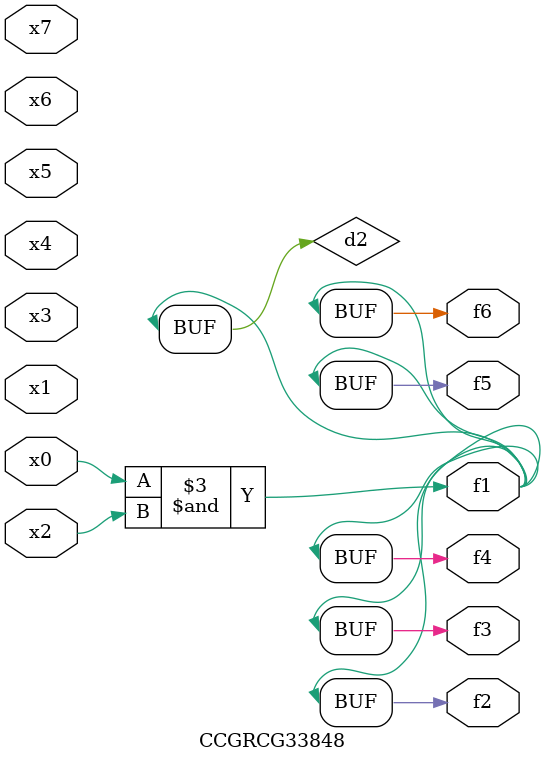
<source format=v>
module CCGRCG33848(
	input x0, x1, x2, x3, x4, x5, x6, x7,
	output f1, f2, f3, f4, f5, f6
);

	wire d1, d2;

	nor (d1, x3, x6);
	and (d2, x0, x2);
	assign f1 = d2;
	assign f2 = d2;
	assign f3 = d2;
	assign f4 = d2;
	assign f5 = d2;
	assign f6 = d2;
endmodule

</source>
